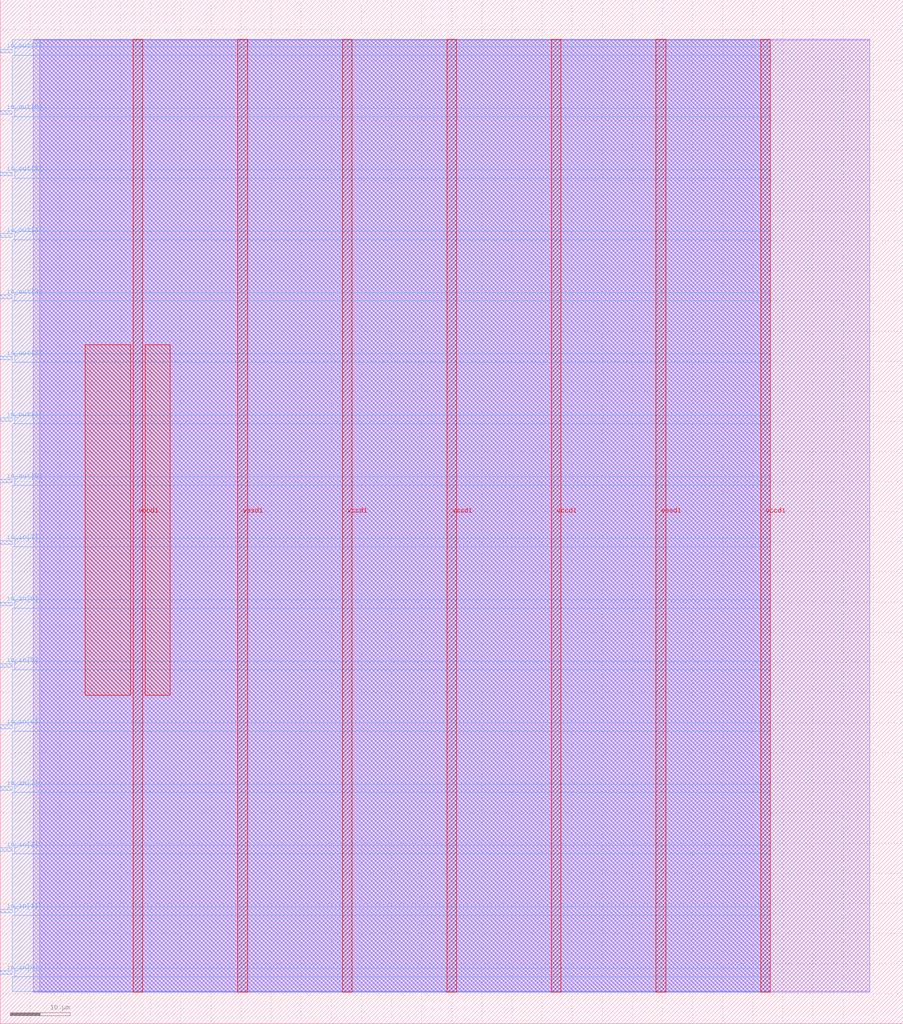
<source format=lef>
VERSION 5.7 ;
  NOWIREEXTENSIONATPIN ON ;
  DIVIDERCHAR "/" ;
  BUSBITCHARS "[]" ;
MACRO user_module_348381622440034899
  CLASS BLOCK ;
  FOREIGN user_module_348381622440034899 ;
  ORIGIN 0.000 0.000 ;
  SIZE 150.000 BY 170.000 ;
  PIN io_in[0]
    DIRECTION INPUT ;
    USE SIGNAL ;
    PORT
      LAYER met3 ;
        RECT 0.000 8.200 2.000 8.800 ;
    END
  END io_in[0]
  PIN io_in[1]
    DIRECTION INPUT ;
    USE SIGNAL ;
    PORT
      LAYER met3 ;
        RECT 0.000 18.400 2.000 19.000 ;
    END
  END io_in[1]
  PIN io_in[2]
    DIRECTION INPUT ;
    USE SIGNAL ;
    PORT
      LAYER met3 ;
        RECT 0.000 28.600 2.000 29.200 ;
    END
  END io_in[2]
  PIN io_in[3]
    DIRECTION INPUT ;
    USE SIGNAL ;
    PORT
      LAYER met3 ;
        RECT 0.000 38.800 2.000 39.400 ;
    END
  END io_in[3]
  PIN io_in[4]
    DIRECTION INPUT ;
    USE SIGNAL ;
    PORT
      LAYER met3 ;
        RECT 0.000 49.000 2.000 49.600 ;
    END
  END io_in[4]
  PIN io_in[5]
    DIRECTION INPUT ;
    USE SIGNAL ;
    PORT
      LAYER met3 ;
        RECT 0.000 59.200 2.000 59.800 ;
    END
  END io_in[5]
  PIN io_in[6]
    DIRECTION INPUT ;
    USE SIGNAL ;
    PORT
      LAYER met3 ;
        RECT 0.000 69.400 2.000 70.000 ;
    END
  END io_in[6]
  PIN io_in[7]
    DIRECTION INPUT ;
    USE SIGNAL ;
    PORT
      LAYER met3 ;
        RECT 0.000 79.600 2.000 80.200 ;
    END
  END io_in[7]
  PIN io_out[0]
    DIRECTION OUTPUT TRISTATE ;
    USE SIGNAL ;
    PORT
      LAYER met3 ;
        RECT 0.000 89.800 2.000 90.400 ;
    END
  END io_out[0]
  PIN io_out[1]
    DIRECTION OUTPUT TRISTATE ;
    USE SIGNAL ;
    PORT
      LAYER met3 ;
        RECT 0.000 100.000 2.000 100.600 ;
    END
  END io_out[1]
  PIN io_out[2]
    DIRECTION OUTPUT TRISTATE ;
    USE SIGNAL ;
    PORT
      LAYER met3 ;
        RECT 0.000 110.200 2.000 110.800 ;
    END
  END io_out[2]
  PIN io_out[3]
    DIRECTION OUTPUT TRISTATE ;
    USE SIGNAL ;
    PORT
      LAYER met3 ;
        RECT 0.000 120.400 2.000 121.000 ;
    END
  END io_out[3]
  PIN io_out[4]
    DIRECTION OUTPUT TRISTATE ;
    USE SIGNAL ;
    PORT
      LAYER met3 ;
        RECT 0.000 130.600 2.000 131.200 ;
    END
  END io_out[4]
  PIN io_out[5]
    DIRECTION OUTPUT TRISTATE ;
    USE SIGNAL ;
    PORT
      LAYER met3 ;
        RECT 0.000 140.800 2.000 141.400 ;
    END
  END io_out[5]
  PIN io_out[6]
    DIRECTION OUTPUT TRISTATE ;
    USE SIGNAL ;
    PORT
      LAYER met3 ;
        RECT 0.000 151.000 2.000 151.600 ;
    END
  END io_out[6]
  PIN io_out[7]
    DIRECTION OUTPUT TRISTATE ;
    USE SIGNAL ;
    PORT
      LAYER met3 ;
        RECT 0.000 161.200 2.000 161.800 ;
    END
  END io_out[7]
  PIN vccd1
    DIRECTION INOUT ;
    USE POWER ;
    PORT
      LAYER met4 ;
        RECT 22.090 5.200 23.690 163.440 ;
    END
    PORT
      LAYER met4 ;
        RECT 56.830 5.200 58.430 163.440 ;
    END
    PORT
      LAYER met4 ;
        RECT 91.570 5.200 93.170 163.440 ;
    END
    PORT
      LAYER met4 ;
        RECT 126.310 5.200 127.910 163.440 ;
    END
  END vccd1
  PIN vssd1
    DIRECTION INOUT ;
    USE GROUND ;
    PORT
      LAYER met4 ;
        RECT 39.460 5.200 41.060 163.440 ;
    END
    PORT
      LAYER met4 ;
        RECT 74.200 5.200 75.800 163.440 ;
    END
    PORT
      LAYER met4 ;
        RECT 108.940 5.200 110.540 163.440 ;
    END
  END vssd1
  OBS
      LAYER li1 ;
        RECT 5.520 5.355 144.440 163.285 ;
      LAYER met1 ;
        RECT 5.520 5.200 144.440 163.440 ;
      LAYER met2 ;
        RECT 6.530 5.255 127.880 163.385 ;
      LAYER met3 ;
        RECT 2.000 162.200 127.900 163.365 ;
        RECT 2.400 160.800 127.900 162.200 ;
        RECT 2.000 152.000 127.900 160.800 ;
        RECT 2.400 150.600 127.900 152.000 ;
        RECT 2.000 141.800 127.900 150.600 ;
        RECT 2.400 140.400 127.900 141.800 ;
        RECT 2.000 131.600 127.900 140.400 ;
        RECT 2.400 130.200 127.900 131.600 ;
        RECT 2.000 121.400 127.900 130.200 ;
        RECT 2.400 120.000 127.900 121.400 ;
        RECT 2.000 111.200 127.900 120.000 ;
        RECT 2.400 109.800 127.900 111.200 ;
        RECT 2.000 101.000 127.900 109.800 ;
        RECT 2.400 99.600 127.900 101.000 ;
        RECT 2.000 90.800 127.900 99.600 ;
        RECT 2.400 89.400 127.900 90.800 ;
        RECT 2.000 80.600 127.900 89.400 ;
        RECT 2.400 79.200 127.900 80.600 ;
        RECT 2.000 70.400 127.900 79.200 ;
        RECT 2.400 69.000 127.900 70.400 ;
        RECT 2.000 60.200 127.900 69.000 ;
        RECT 2.400 58.800 127.900 60.200 ;
        RECT 2.000 50.000 127.900 58.800 ;
        RECT 2.400 48.600 127.900 50.000 ;
        RECT 2.000 39.800 127.900 48.600 ;
        RECT 2.400 38.400 127.900 39.800 ;
        RECT 2.000 29.600 127.900 38.400 ;
        RECT 2.400 28.200 127.900 29.600 ;
        RECT 2.000 19.400 127.900 28.200 ;
        RECT 2.400 18.000 127.900 19.400 ;
        RECT 2.000 9.200 127.900 18.000 ;
        RECT 2.400 7.800 127.900 9.200 ;
        RECT 2.000 5.275 127.900 7.800 ;
      LAYER met4 ;
        RECT 14.095 54.575 21.690 112.705 ;
        RECT 24.090 54.575 28.225 112.705 ;
  END
END user_module_348381622440034899
END LIBRARY


</source>
